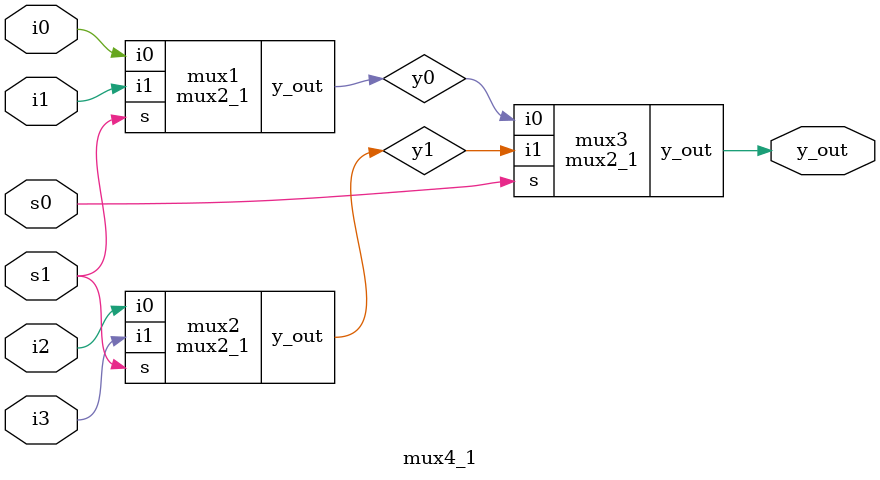
<source format=v>
module mux2_1(input i0,i1,s,output y_out);
assign y_out= s? i1:i0;
endmodule


module mux4_1(input i0,i1,i2,i3,s0,s1,output y_out);
wire y0,y1;
mux2_1 mux1( i0,i1,s1,y0);
mux2_1 mux2( i2,i3,s1,y1);
mux2_1 mux3( y0,y1,s0,y_out);
endmodule

</source>
